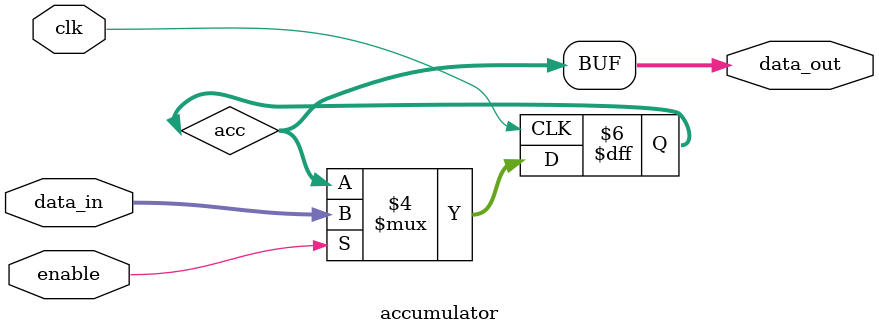
<source format=v>
module accumulator(
	               output reg [7:0] data_out,
 	               input [7:0]      data_in,
                 input            enable,
                 input            clk);

   reg [7:0]                      acc;

   always @ (clk) begin
      data_out = acc;
   end

   always @ (negedge clk) begin
      if (enable) begin
   	     acc = data_in;
      end
   end
endmodule

/*module test;
   reg [7:0] stuff_in;
   wire [7:0] stuff_out;
   reg [7:0]  addr;
   reg        clk, enable;

   shiftregs rFile(stuff_out, addr, stuff_in, enable, clk);

   initial begin
   	  clk = 0;
   	  enable = 0;
   	  addr = 5'b00010;
   	  $monitor("%b, %d, %b, %b: time: %d",clk, addr, stuff_in, stuff_out, $time);
      #10 enable = 1;
      stuff_in = 8'b1111111;
      #15 enable= 0;

      #20 addr = 5'b00000;

   end

   always
     #1 clk = !clk;

   initial
     #100  $finish;

endmodule*/

</source>
